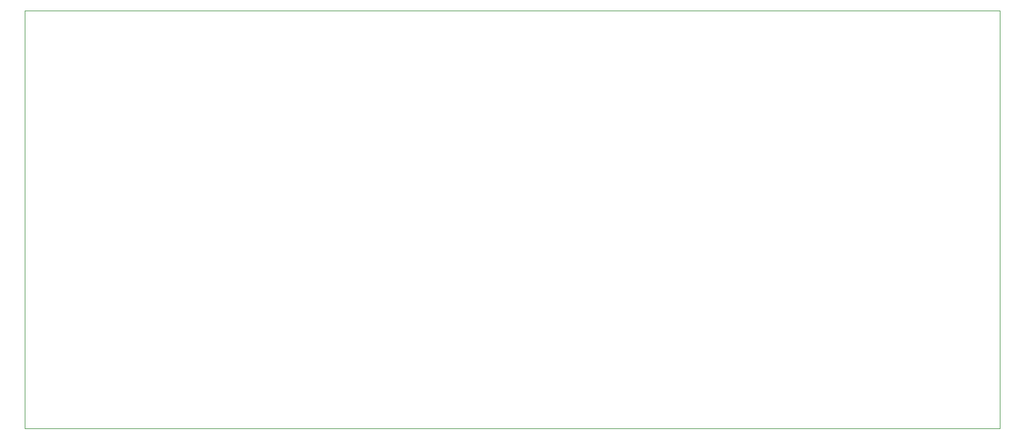
<source format=gm1>
G04 #@! TF.GenerationSoftware,KiCad,Pcbnew,(5.0.0-3-g5ebb6b6)*
G04 #@! TF.CreationDate,2019-01-18T17:45:58+01:00*
G04 #@! TF.ProjectId,Motor_Card,4D6F746F725F436172642E6B69636164,rev?*
G04 #@! TF.SameCoordinates,Original*
G04 #@! TF.FileFunction,Profile,NP*
%FSLAX46Y46*%
G04 Gerber Fmt 4.6, Leading zero omitted, Abs format (unit mm)*
G04 Created by KiCad (PCBNEW (5.0.0-3-g5ebb6b6)) date Friday 18 January 2019 à 17:45:58*
%MOMM*%
%LPD*%
G01*
G04 APERTURE LIST*
%ADD10C,0.100000*%
G04 APERTURE END LIST*
D10*
X70200000Y-121100000D02*
X70200000Y-61100000D01*
X210200000Y-121100000D02*
X70200000Y-121100000D01*
X210200000Y-61100000D02*
X210200000Y-121100000D01*
X70200000Y-61100000D02*
X210200000Y-61100000D01*
M02*

</source>
